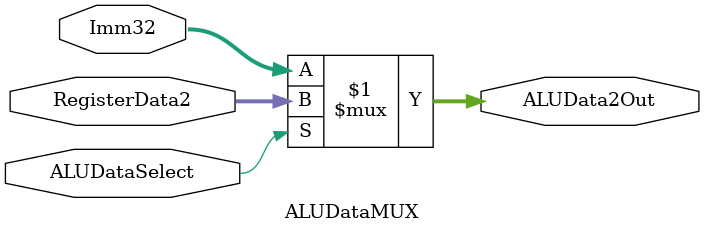
<source format=v>
`timescale 1ns / 1ps

module ALUDataMUX(
    input [31:0] RegisterData2,
    input [31:0] Imm32,
    input ALUDataSelect,
    output [31:0] ALUData2Out
    );
    assign ALUData2Out = ALUDataSelect? RegisterData2: Imm32;
endmodule
</source>
